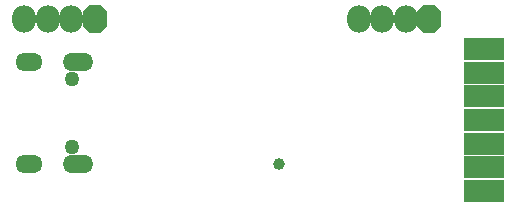
<source format=gbs>
G04*
G04 #@! TF.GenerationSoftware,Altium Limited,Altium Designer,20.0.12 (288)*
G04*
G04 Layer_Color=16711935*
%FSLAX25Y25*%
%MOIN*%
G70*
G01*
G75*
%ADD32R,0.13811X0.07512*%
%ADD33O,0.07906X0.09087*%
G04:AMPARAMS|DCode=34|XSize=79.06mil|YSize=90.87mil|CornerRadius=0mil|HoleSize=0mil|Usage=FLASHONLY|Rotation=180.000|XOffset=0mil|YOffset=0mil|HoleType=Round|Shape=Octagon|*
%AMOCTAGOND34*
4,1,8,0.01976,-0.04543,-0.01976,-0.04543,-0.03953,-0.02567,-0.03953,0.02567,-0.01976,0.04543,0.01976,0.04543,0.03953,0.02567,0.03953,-0.02567,0.01976,-0.04543,0.0*
%
%ADD34OCTAGOND34*%

%ADD35C,0.04953*%
%ADD36O,0.09082X0.05937*%
%ADD37O,0.10263X0.05937*%
%ADD38C,0.03969*%
D32*
X161826Y15748D02*
D03*
Y23622D02*
D03*
Y31496D02*
D03*
Y39370D02*
D03*
Y47244D02*
D03*
Y55118D02*
D03*
Y62992D02*
D03*
D33*
X128038Y73125D02*
D03*
X120164D02*
D03*
X135912D02*
D03*
X24456Y73125D02*
D03*
X8708D02*
D03*
X16583D02*
D03*
D34*
X143786Y73125D02*
D03*
X32331Y73125D02*
D03*
D35*
X24605Y30303D02*
D03*
Y53059D02*
D03*
D36*
X10235Y24674D02*
D03*
X10234Y58689D02*
D03*
D37*
X26573Y24674D02*
D03*
Y58689D02*
D03*
D38*
X93506Y24801D02*
D03*
M02*

</source>
